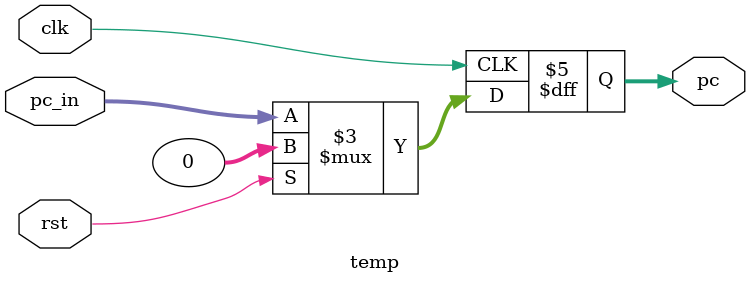
<source format=v>
module IF_Stage (
    input clk, rst, freeze, Branch_taken, 
    input [31:0] Branch_Addr,
    output [31:0] PC, Instruction
);
    wire[31:0] next_pc, cur_pc;

    mux_2to1 mux1(.data0(PC),
                  .data1(Branch_Addr),
                  .sel(Branch_taken),
                  .result(next_pc));
    
    pc_register pc_reg1(.clk(clk),
                        .rst(rst),
                        .freeze(freeze),
                        .next_pc(next_pc),
                        .pc(cur_pc));

    pc_addr pc_addr1(.pc(cur_pc),
                     .next_pc(PC));

    IM im1(.address(cur_pc),
           .instruction(Instruction));
endmodule


module mux_2to1 #(parameter WIDTH = 32) (
    input [WIDTH-1:0] data0,
    input [WIDTH-1:0] data1,
    input sel,
    output [WIDTH-1:0] result
);

   assign result = sel ? data1 : data0;

endmodule

module pc_addr (input [31:0] pc,
                output [31:0] next_pc
);

    assign next_pc = pc + 32'h00000004;

endmodule

module pc_register (
    input clk,
    input rst,
    input freeze,
    input [31:0] next_pc,
    output reg [31:0] pc
);

    always @(posedge clk) begin
        if (rst) begin
            pc <= 32'h0;
        end

        else if (!freeze) begin
            pc <= next_pc;
        end
  end

endmodule

module IM (input [31:0] address,
           output reg [31:0] instruction);

    always @(address) begin
        case (address)
            0:   instruction = 32'b000000_00001_00010_00000_00000000000;
            4:   instruction = 32'b000000_00011_00100_00000_00000000000;
            8:   instruction = 32'b000000_00101_00110_00000_00000000000;
            12:  instruction = 32'b000000_00111_01000_00010_00000000000;
            16:  instruction = 32'b000000_01001_01010_00011_00000000000;
            20:  instruction = 32'b000000_01011_01100_00000_00000000000;
            24:  instruction = 32'b000000_01101_01110_00000_00000000000;
            default: instruction = 32'b00000000000000000000000000000000;
        endcase
    end

endmodule

module temp (
    input clk, rst,
    input [31:0] pc_in,
    output reg [31:0] pc
);

    always @(posedge clk) begin

        if (rst) begin
            pc <= 32'b0;
        end

        else
            pc <= pc_in;
    end

endmodule
</source>
